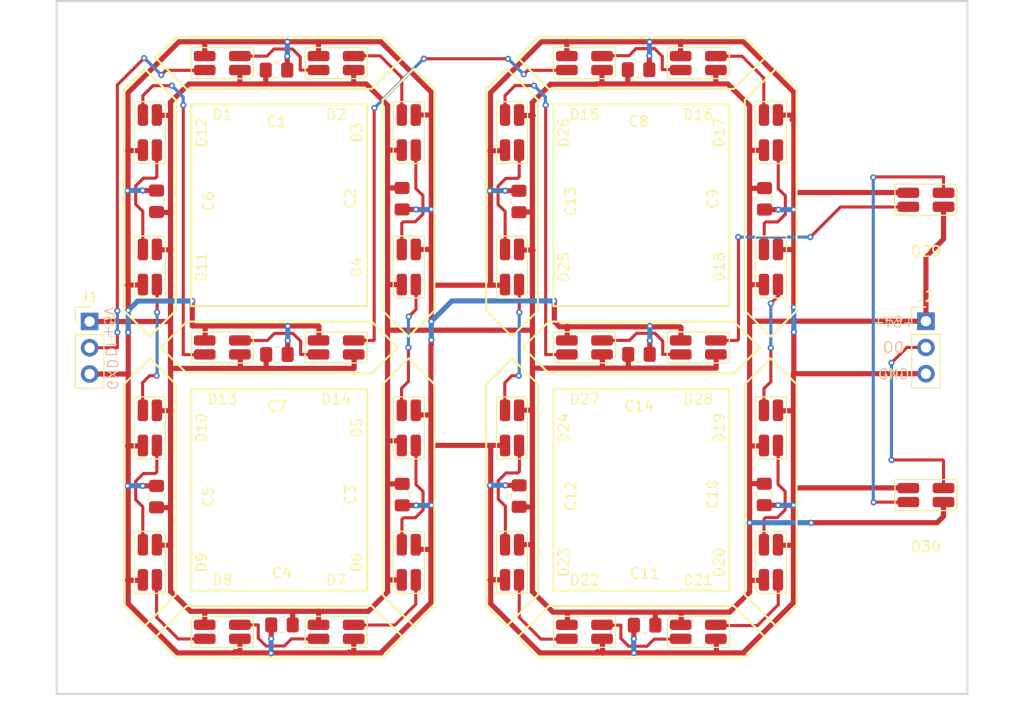
<source format=kicad_pcb>
(kicad_pcb (version 20241229) (generator "pcbnew") (generator_version "9.0")
  (layers (0 "F.Cu" signal) (2 "B.Cu" signal) (13 "F.Paste" user) (15 "B.Paste" user) (5 "F.SilkS" user "F.Silkscreen") (7 "B.SilkS" user "B.Silkscreen") (1 "F.Mask" user) (3 "B.Mask" user) (25 "Edge.Cuts" user))
  (net 0 "")
  (net 1 "Net-(D1-VDD)")
  (net 2 "Net-(D1-VSS)")
  (net 3 "Net-(D1-DIN)")
  (net 4 "Net-(D1-DOUT)")
  (net 5 "Net-(D2-DOUT)")
  (net 6 "Net-(D3-DOUT)")
  (net 7 "Net-(D4-DOUT)")
  (net 8 "Net-(D5-DOUT)")
  (net 9 "Net-(D6-DOUT)")
  (net 10 "Net-(D7-DOUT)")
  (net 11 "Net-(D8-DOUT)")
  (net 12 "Net-(D10-DIN)")
  (net 13 "Net-(D10-DOUT)")
  (net 14 "Net-(D11-DOUT)")
  (net 15 "Net-(D12-DOUT)")
  (net 16 "Net-(D13-DOUT)")
  (net 17 "Net-(D14-DOUT)")
  (net 18 "Net-(D15-DOUT)")
  (net 19 "Net-(D16-DOUT)")
  (net 20 "Net-(D17-DOUT)")
  (net 21 "Net-(D18-DOUT)")
  (net 22 "Net-(D19-DOUT)")
  (net 23 "Net-(D20-DOUT)")
  (net 24 "Net-(D21-DOUT)")
  (net 25 "Net-(D22-DOUT)")
  (net 26 "Net-(D23-DOUT)")
  (net 27 "Net-(D24-DOUT)")
  (net 28 "Net-(D25-DOUT)")
  (net 29 "Net-(D26-DOUT)")
  (net 30 "Net-(D27-DOUT)")
  (net 31 "Net-(D29-DOUT)")
  (net 32 "Net-(D30-DOUT)")
  (net 33 "Net-(D28-DOUT)")
  (footprint "Capacitor_SMD:C_0805_2012Metric_Pad1.18x1.45mm_HandSolder" (layer "F.Cu") (at 138.2275 67.14)
    (property "Reference" "C8")
    (property "Value" "0.1u")
  )
  (footprint "Capacitor_SMD:C_0805_2012Metric_Pad1.18x1.45mm_HandSolder" (layer "F.Cu") (at 150.399 79.6275 -90)
    (property "Reference" "C9")
    (property "Value" "0.1u")
  )
  (footprint "Capacitor_SMD:C_0805_2012Metric_Pad1.18x1.45mm_HandSolder" (layer "F.Cu") (at 115.375 79.6125 -90)
    (property "Reference" "C2")
    (property "Value" "0.1u")
  )
  (footprint "Capacitor_SMD:C_0805_2012Metric_Pad1.18x1.45mm_HandSolder" (layer "F.Cu") (at 138.8125 120.855 180)
    (property "Reference" "C11")
    (property "Value" "0.1u")
  )
  (footprint "Capacitor_SMD:C_0805_2012Metric_Pad1.18x1.45mm_HandSolder" (layer "F.Cu") (at 91.64533 79.86717 90)
    (property "Reference" "C6")
    (property "Value" "0.1u")
  )
  (footprint "Capacitor_SMD:C_0805_2012Metric_Pad1.18x1.45mm_HandSolder" (layer "F.Cu") (at 91.64533 108.42717 90)
    (property "Reference" "C5")
    (property "Value" "0.1u")
  )
  (footprint "CustomLibrary:LED_Custom_ws2812" (layer "F.Cu") (at 116.022 86.21967 90)
    (property "Reference" "D4")
    (property "Value" "WS2812B")
  )
  (footprint "Capacitor_SMD:C_0805_2012Metric_Pad1.18x1.45mm_HandSolder" (layer "F.Cu") (at 103.2375 67.18)
    (property "Reference" "C1")
    (property "Value" "0.1u")
  )
  (footprint "CustomLibrary:LED_Custom_ws2812" (layer "F.Cu") (at 98 94 180)
    (property "Reference" "D13")
    (property "Value" "WS2812B")
  )
  (footprint "CustomLibrary:LED_Custom_ws2812" (layer "F.Cu") (at 144 94 180)
    (property "Reference" "D28")
    (property "Value" "WS2812B")
  )
  (footprint "CustomLibrary:LED_Custom_ws2812" (layer "F.Cu") (at 116.022 73.21967 90)
    (property "Reference" "D3")
    (property "Value" "WS2812B")
  )
  (footprint "Connector_PinHeader_2.54mm:PinHeader_1x03_P2.54mm_Vertical" (layer "F.Cu") (at 85.18 91.49)
    (property "Reference" "J1")
    (property "Value" "Conn_01x03_Pin")
  )
  (footprint "MountingHole:MountingHole_3.2mm_M3" (layer "F.Cu") (at 86 123.5)
    (property "Reference" "REF**" (hide yes))
    (property "Value" "MountingHole_3.2mm_M3")
  )
  (footprint "CustomLibrary:LED_Custom_ws2812" (layer "F.Cu") (at 144 66.5 180)
    (property "Reference" "D16")
    (property "Value" "WS2812B")
  )
  (footprint "MountingHole:MountingHole_3.2mm_M3" (layer "F.Cu") (at 166 123.5)
    (property "Reference" "REF**" (hide yes))
    (property "Value" "MountingHole_3.2mm_M3")
  )
  (footprint "CustomLibrary:LED_Custom_ws2812" (layer "F.Cu") (at 151.022 86.21967 90)
    (property "Reference" "D18")
    (property "Value" "WS2812B")
  )
  (footprint "Capacitor_SMD:C_0805_2012Metric_Pad1.18x1.45mm_HandSolder" (layer "F.Cu") (at 103.2775 94.681)
    (property "Reference" "C7")
    (property "Value" "0.1u")
  )
  (footprint "CustomLibrary:LED_Custom_ws2812" (layer "F.Cu") (at 133 66.5 180)
    (property "Reference" "D15")
    (property "Value" "WS2812B")
  )
  (footprint "CustomLibrary:LED_Custom_ws2812" (layer "F.Cu") (at 109 121.5)
    (property "Reference" "D7")
    (property "Value" "WS2812B")
  )
  (footprint "CustomLibrary:LED_Custom_ws2812" (layer "F.Cu") (at 166 79.71967 180)
    (property "Reference" "D29")
    (property "Value" "WS2812B")
  )
  (footprint "CustomLibrary:LED_Custom_ws2812" (layer "F.Cu") (at 133 94 180)
    (property "Reference" "D27")
    (property "Value" "WS2812B")
  )
  (footprint "CustomLibrary:LED_Custom_ws2812" (layer "F.Cu") (at 116.022 101.78067 90)
    (property "Reference" "D5")
    (property "Value" "WS2812B")
  )
  (footprint "CustomLibrary:LED_Custom_ws2812" (layer "F.Cu") (at 116.022 114.78067 90)
    (property "Reference" "D6")
    (property "Value" "WS2812B")
  )
  (footprint "Capacitor_SMD:C_0805_2012Metric_Pad1.18x1.45mm_HandSolder" (layer "F.Cu") (at 115.388 108.23283 -90)
    (property "Reference" "C3")
    (property "Value" "0.1u")
  )
  (footprint "CustomLibrary:LED_Custom_ws2812" (layer "F.Cu") (at 126 86.21967 -90)
    (property "Reference" "D25")
    (property "Value" "WS2812B")
  )
  (footprint "CustomLibrary:LED_Custom_ws2812" (layer "F.Cu") (at 166 108.28033 180)
    (property "Reference" "D30")
    (property "Value" "WS2812B")
  )
  (footprint "CustomLibrary:LED_Custom_ws2812" (layer "F.Cu") (at 98 121.5)
    (property "Reference" "D8")
    (property "Value" "WS2812B")
  )
  (footprint "CustomLibrary:LED_Custom_ws2812" (layer "F.Cu") (at 144 121.5)
    (property "Reference" "D21")
    (property "Value" "WS2812B")
  )
  (footprint "CustomLibrary:LED_Custom_ws2812" (layer "F.Cu") (at 91 73.21967 -90)
    (property "Reference" "D12")
    (property "Value" "WS2812B")
  )
  (footprint "CustomLibrary:LED_Custom_ws2812" (layer "F.Cu") (at 126 114.78067 -90)
    (property "Reference" "D23")
    (property "Value" "WS2812B")
  )
  (footprint "CustomLibrary:LED_Custom_ws2812" (layer "F.Cu") (at 91 101.78067 -90)
    (property "Reference" "D10")
    (property "Value" "WS2812B")
  )
  (footprint "Capacitor_SMD:C_0805_2012Metric_Pad1.18x1.45mm_HandSolder" (layer "F.Cu") (at 126.68533 108.37717 90)
    (property "Reference" "C12")
    (property "Value" "0.1u")
  )
  (footprint "CustomLibrary:LED_Custom_ws2812" (layer "F.Cu") (at 126 101.78067 -90)
    (property "Reference" "D24")
    (property "Value" "WS2812B")
  )
  (footprint "CustomLibrary:LED_Custom_ws2812" (layer "F.Cu") (at 151.022 114.78067 90)
    (property "Reference" "D20")
    (property "Value" "WS2812B")
  )
  (footprint "CustomLibrary:LED_Custom_ws2812" (layer "F.Cu") (at 109 66.5 180)
    (property "Reference" "D2")
    (property "Value" "WS2812B")
  )
  (footprint "CustomLibrary:LED_Custom_ws2812" (layer "F.Cu") (at 109 94 180)
    (property "Reference" "D14")
    (property "Value" "WS2812B")
  )
  (footprint "CustomLibrary:LED_Custom_ws2812" (layer "F.Cu") (at 91 114.78067 -90)
    (property "Reference" "D9")
    (property "Value" "WS2812B")
  )
  (footprint "Capacitor_SMD:C_0805_2012Metric_Pad1.18x1.45mm_HandSolder" (layer "F.Cu") (at 126.66533 79.88717 90)
    (property "Reference" "C13")
    (property "Value" "0.1u")
  )
  (footprint "CustomLibrary:LED_Custom_ws2812" (layer "F.Cu") (at 98 66.5 180)
    (property "Reference" "D1")
    (property "Value" "WS2812B")
  )
  (footprint "Capacitor_SMD:C_0805_2012Metric_Pad1.18x1.45mm_HandSolder" (layer "F.Cu") (at 138.2675 94.671)
    (property "Reference" "C14")
    (property "Value" "0.1u")
  )
  (footprint "MountingHole:MountingHole_3.2mm_M3" (layer "F.Cu") (at 86 64.5)
    (property "Reference" "REF**" (hide yes))
    (property "Value" "MountingHole_3.2mm_M3")
  )
  (footprint "Capacitor_SMD:C_0805_2012Metric_Pad1.18x1.45mm_HandSolder" (layer "F.Cu") (at 103.7675 120.83 180)
    (property "Reference" "C4")
    (property "Value" "0.1u")
  )
  (footprint "CustomLibrary:LED_Custom_ws2812" (layer "F.Cu") (at 151.022 73.21967 90)
    (property "Reference" "D17")
    (property "Value" "WS2812B")
  )
  (footprint "Connector_PinHeader_2.54mm:PinHeader_1x03_P2.54mm_Vertical" (layer "F.Cu") (at 166 91.46)
    (property "Reference" "J2")
    (property "Value" "Conn_01x03_Pin")
  )
  (footprint "MountingHole:MountingHole_3.2mm_M3" (layer "F.Cu") (at 166 64.5)
    (property "Reference" "REF**" (hide yes))
    (property "Value" "MountingHole_3.2mm_M3")
  )
  (footprint "CustomLibrary:LED_Custom_ws2812" (layer "F.Cu") (at 126 73.21967 -90)
    (property "Reference" "D26")
    (property "Value" "WS2812B")
  )
  (footprint "Capacitor_SMD:C_0805_2012Metric_Pad1.18x1.45mm_HandSolder" (layer "F.Cu") (at 150.379 108.2175 -90)
    (property "Reference" "C10")
    (property "Value" "0.1u")
  )
  (footprint "CustomLibrary:LED_Custom_ws2812" (layer "F.Cu") (at 151.022 101.78067 90)
    (property "Reference" "D19")
    (property "Value" "WS2812B")
  )
  (footprint "CustomLibrary:LED_Custom_ws2812" (layer "F.Cu") (at 91 86.21967 -90)
    (property "Reference" "D11")
    (property "Value" "WS2812B")
  )
  (footprint "CustomLibrary:LED_Custom_ws2812" (layer "F.Cu") (at 133 121.5)
    (property "Reference" "D22")
    (property "Value" "WS2812B")
  )
  (gr_line (start 123.5 90.43934) (end 123.5 69) (stroke (width 0.2)) (layer "F.SilkS"))
  (gr_line (start 88.5 69) (end 88.5 90.43934) (stroke (width 0.2)) (layer "F.SilkS"))
  (gr_line (start 98 119) (end 109 119) (stroke (width 0.2)) (layer "F.SilkS"))
  (gr_line (start 150.46967 122.03033) (end 148.5 124) (stroke (width 0.2)) (layer "F.SilkS"))
  (gr_line (start 109 64) (end 98 64) (stroke (width 0.2)) (layer "F.SilkS"))
  (gr_line (start 94.56066 91.5) (end 112.43934 91.5) (stroke (width 0.2)) (layer "F.SilkS"))
  (gr_line (start 126 92.93934) (end 123.5 90.43934) (stroke (width 0.2)) (layer "F.SilkS"))
  (gr_line (start 109 124) (end 98 124) (stroke (width 0.2)) (layer "F.SilkS"))
  (gr_line (start 147.43934 96.5) (end 129.56066 96.5) (stroke (width 0.2)) (layer "F.SilkS"))
  (gr_line (start 95 90) (end 95 70.5) (stroke (width 0.2)) (layer "F.SilkS"))
  (gr_line (start 91 92.93934) (end 88.5 90.43934) (stroke (width 0.2)) (layer "F.SilkS"))
  (gr_line (start 147.43934 119) (end 150.46967 122.03033) (stroke (width 0.2)) (layer "F.SilkS"))
  (gr_line (start 113.5 117.93934) (end 113.5 97.56066) (stroke (width 0.2)) (layer "F.SilkS"))
  (gr_line (start 88.5 86.21967) (end 88.5 73.21967) (stroke (width 0.2)) (layer "F.SilkS"))
  (gr_line (start 128.5 90.43934) (end 126 92.93934) (stroke (width 0.2)) (layer "F.SilkS"))
  (gr_line (start 130 70.5) (end 147 70.5) (stroke (width 0.2)) (layer "F.SilkS"))
  (gr_line (start 112 90) (end 95 90) (stroke (width 0.2)) (layer "F.SilkS"))
  (gr_line (start 151.53033 67.03033) (end 153.5 69) (stroke (width 0.2)) (layer "F.SilkS"))
  (gr_line (start 88.5 90.43934) (end 88.5 69) (stroke (width 0.2)) (layer "F.SilkS"))
  (gr_line (start 95 98) (end 112 98) (stroke (width 0.2)) (layer "F.SilkS"))
  (gr_line (start 130 90) (end 130 70.5) (stroke (width 0.2)) (layer "F.SilkS"))
  (gr_line (start 148.5 90.43934) (end 148.5 70.06066) (stroke (width 0.2)) (layer "F.SilkS"))
  (gr_line (start 93.5 70.06066) (end 90.46967 67.03033) (stroke (width 0.2)) (layer "F.SilkS"))
  (gr_line (start 151 92.93934) (end 148.5 90.43934) (stroke (width 0.2)) (layer "F.SilkS"))
  (gr_line (start 93.5 124) (end 91.53033 122.03033) (stroke (width 0.2)) (layer "F.SilkS"))
  (gr_line (start 113.5 64) (end 115.46967 65.96967) (stroke (width 0.2)) (layer "F.SilkS"))
  (gr_line (start 144 124) (end 133 124) (stroke (width 0.2)) (layer "F.SilkS"))
  (gr_line (start 116 95.06066) (end 118.5 97.56066) (stroke (width 0.2)) (layer "F.SilkS"))
  (gr_line (start 128.5 70.06066) (end 128.5 90.43934) (stroke (width 0.2)) (layer "F.SilkS"))
  (gr_line (start 92.06066 94) (end 94.56066 91.5) (stroke (width 0.2)) (layer "F.SilkS"))
  (gr_line (start 153.5 90.43934) (end 151 92.93934) (stroke (width 0.2)) (layer "F.SilkS"))
  (gr_line (start 128.5 64) (end 148.5 64) (stroke (width 0.2)) (layer "F.SilkS"))
  (gr_line (start 112.43934 69) (end 94.56066 69) (stroke (width 0.2)) (layer "F.SilkS"))
  (gr_line (start 112.43934 119) (end 115.46967 122.03033) (stroke (width 0.2)) (layer "F.SilkS"))
  (gr_line (start 147 90) (end 130 90) (stroke (width 0.2)) (layer "F.SilkS"))
  (gr_line (start 88.5 69) (end 88.5 90.43934) (stroke (width 0.2)) (layer "F.SilkS"))
  (gr_line (start 149.93934 94) (end 147.43934 96.5) (stroke (width 0.2)) (layer "F.SilkS"))
  (gr_line (start 93.5 90.43934) (end 91 92.93934) (stroke (width 0.2)) (layer "F.SilkS"))
  (gr_line (start 94.56066 69) (end 91.53033 65.96967) (stroke (width 0.2)) (layer "F.SilkS"))
  (gr_line (start 148.5 64) (end 150.46967 65.96967) (stroke (width 0.2)) (layer "F.SilkS"))
  (gr_line (start 116.53033 67.03033) (end 118.5 69) (stroke (width 0.2)) (layer "F.SilkS"))
  (gr_line (start 88.5 90.43934) (end 91 92.93934) (stroke (width 0.2)) (layer "F.SilkS"))
  (gr_line (start 128.5 97.56066) (end 128.5 117.93934) (stroke (width 0.2)) (layer "F.SilkS"))
  (gr_line (start 113.5 70.06066) (end 116.53033 67.03033) (stroke (width 0.2)) (layer "F.SilkS"))
  (gr_line (start 113.5 97.56066) (end 116 95.06066) (stroke (width 0.2)) (layer "F.SilkS"))
  (gr_line (start 129.56066 69) (end 126.53033 65.96967) (stroke (width 0.2)) (layer "F.SilkS"))
  (gr_line (start 127.06066 94) (end 129.56066 91.5) (stroke (width 0.2)) (layer "F.SilkS"))
  (gr_line (start 151 95.06066) (end 153.5 97.56066) (stroke (width 0.2)) (layer "F.SilkS"))
  (gr_line (start 128.5 117.93934) (end 125.46967 120.96967) (stroke (width 0.2)) (layer "F.SilkS"))
  (gr_line (start 126.53033 122.03033) (end 129.56066 119) (stroke (width 0.2)) (layer "F.SilkS"))
  (gr_line (start 126 95.06066) (end 128.5 97.56066) (stroke (width 0.2)) (layer "F.SilkS"))
  (gr_line (start 128.5 124) (end 126.53033 122.03033) (stroke (width 0.2)) (layer "F.SilkS"))
  (gr_line (start 123.5 97.56066) (end 126 95.06066) (stroke (width 0.2)) (layer "F.SilkS"))
  (gr_line (start 88.5 69) (end 90.46967 67.03033) (stroke (width 0.2)) (layer "F.SilkS"))
  (gr_line (start 93.5 117.93934) (end 90.46967 120.96967) (stroke (width 0.2)) (layer "F.SilkS"))
  (gr_line (start 116.53033 120.96967) (end 113.5 117.93934) (stroke (width 0.2)) (layer "F.SilkS"))
  (gr_line (start 148.5 70.06066) (end 151.53033 67.03033) (stroke (width 0.2)) (layer "F.SilkS"))
  (gr_line (start 129.56066 119) (end 147.43934 119) (stroke (width 0.2)) (layer "F.SilkS"))
  (gr_line (start 147 117.5) (end 130 117.5) (stroke (width 0.2)) (layer "F.SilkS"))
  (gr_line (start 115.46967 122.03033) (end 113.5 124) (stroke (width 0.2)) (layer "F.SilkS"))
  (gr_line (start 147.43934 91.5) (end 149.93934 94) (stroke (width 0.2)) (layer "F.SilkS"))
  (gr_line (start 112.43934 96.5) (end 94.56066 96.5) (stroke (width 0.2)) (layer "F.SilkS"))
  (gr_line (start 90.46967 120.96967) (end 88.5 119) (stroke (width 0.2)) (layer "F.SilkS"))
  (gr_line (start 116 92.93934) (end 113.5 90.43934) (stroke (width 0.2)) (layer "F.SilkS"))
  (gr_line (start 118.5 97.56066) (end 118.5 119) (stroke (width 0.2)) (layer "F.SilkS"))
  (gr_line (start 93.5 90.43934) (end 93.5 70.06066) (stroke (width 0.2)) (layer "F.SilkS"))
  (gr_line (start 88.5 90.43934) (end 88.5 69) (stroke (width 0.2)) (layer "F.SilkS"))
  (gr_line (start 153.5 97.56066) (end 153.5 119) (stroke (width 0.2)) (layer "F.SilkS"))
  (gr_line (start 98 69) (end 109 69) (stroke (width 0.2)) (layer "F.SilkS"))
  (gr_line (start 93.5 90.43934) (end 93.5 70.06066) (stroke (width 0.2)) (layer "F.SilkS"))
  (gr_line (start 93.5 97.56066) (end 93.5 117.93934) (stroke (width 0.2)) (layer "F.SilkS"))
  (gr_line (start 130 117.5) (end 130 98) (stroke (width 0.2)) (layer "F.SilkS"))
  (gr_line (start 133 119) (end 144 119) (stroke (width 0.2)) (layer "F.SilkS"))
  (gr_line (start 93.5 64) (end 113.5 64) (stroke (width 0.2)) (layer "F.SilkS"))
  (gr_line (start 91.53033 122.03033) (end 94.56066 119) (stroke (width 0.2)) (layer "F.SilkS"))
  (gr_line (start 115.46967 65.96967) (end 112.43934 69) (stroke (width 0.2)) (layer "F.SilkS"))
  (gr_line (start 123.5 119) (end 123.5 97.56066) (stroke (width 0.2)) (layer "F.SilkS"))
  (gr_line (start 113.5 124) (end 93.5 124) (stroke (width 0.2)) (layer "F.SilkS"))
  (gr_line (start 147.43934 69) (end 129.56066 69) (stroke (width 0.2)) (layer "F.SilkS"))
  (gr_line (start 91 95.06066) (end 93.5 97.56066) (stroke (width 0.2)) (layer "F.SilkS"))
  (gr_line (start 147 70.5) (end 147 90) (stroke (width 0.2)) (layer "F.SilkS"))
  (gr_line (start 130 98) (end 147 98) (stroke (width 0.2)) (layer "F.SilkS"))
  (gr_line (start 147 98) (end 147 117.5) (stroke (width 0.2)) (layer "F.SilkS"))
  (gr_line (start 118.5 119) (end 116.53033 120.96967) (stroke (width 0.2)) (layer "F.SilkS"))
  (gr_line (start 94.56066 96.5) (end 92.06066 94) (stroke (width 0.2)) (layer "F.SilkS"))
  (gr_line (start 151.53033 120.96967) (end 148.5 117.93934) (stroke (width 0.2)) (layer "F.SilkS"))
  (gr_line (start 118.5 90.43934) (end 116 92.93934) (stroke (width 0.2)) (layer "F.SilkS"))
  (gr_line (start 150.46967 65.96967) (end 147.43934 69) (stroke (width 0.2)) (layer "F.SilkS"))
  (gr_line (start 125.46967 120.96967) (end 123.5 119) (stroke (width 0.2)) (layer "F.SilkS"))
  (gr_line (start 129.56066 96.5) (end 127.06066 94) (stroke (width 0.2)) (layer "F.SilkS"))
  (gr_line (start 133 91.5) (end 144 91.5) (stroke (width 0.2)) (layer "F.SilkS"))
  (gr_line (start 144 69) (end 133 69) (stroke (width 0.2)) (layer "F.SilkS"))
  (gr_line (start 148.5 124) (end 128.5 124) (stroke (width 0.2)) (layer "F.SilkS"))
  (gr_line (start 148.5 97.56066) (end 151 95.06066) (stroke (width 0.2)) (layer "F.SilkS"))
  (gr_line (start 90.46967 67.03033) (end 88.5 69) (stroke (width 0.2)) (layer "F.SilkS"))
  (gr_line (start 118.5 69) (end 118.5 90.43934) (stroke (width 0.2)) (layer "F.SilkS"))
  (gr_line (start 153.5 69) (end 153.5 90.43934) (stroke (width 0.2)) (layer "F.SilkS"))
  (gr_line (start 113.5 90.43934) (end 113.5 70.06066) (stroke (width 0.2)) (layer "F.SilkS"))
  (gr_line (start 90.46967 67.03033) (end 93.5 70.06066) (stroke (width 0.2)) (layer "F.SilkS"))
  (gr_line (start 95 70.5) (end 112 70.5) (stroke (width 0.2)) (layer "F.SilkS"))
  (gr_line (start 94.56066 119) (end 112.43934 119) (stroke (width 0.2)) (layer "F.SilkS"))
  (gr_line (start 95 117.5) (end 95 98) (stroke (width 0.2)) (layer "F.SilkS"))
  (gr_line (start 91.53033 65.96967) (end 93.5 64) (stroke (width 0.2)) (layer "F.SilkS"))
  (gr_line (start 88.5 97.56066) (end 91 95.06066) (stroke (width 0.2)) (layer "F.SilkS"))
  (gr_line (start 129.56066 91.5) (end 147.43934 91.5) (stroke (width 0.2)) (layer "F.SilkS"))
  (gr_line (start 114.93934 94) (end 112.43934 96.5) (stroke (width 0.2)) (layer "F.SilkS"))
  (gr_line (start 125.46967 67.03033) (end 128.5 70.06066) (stroke (width 0.2)) (layer "F.SilkS"))
  (gr_line (start 88.5 119) (end 88.5 97.56066) (stroke (width 0.2)) (layer "F.SilkS"))
  (gr_line (start 112 98) (end 112 117.5) (stroke (width 0.2)) (layer "F.SilkS"))
  (gr_line (start 98 91.5) (end 109 91.5) (stroke (width 0.2)) (layer "F.SilkS"))
  (gr_line (start 109 96.5) (end 98 96.5) (stroke (width 0.2)) (layer "F.SilkS"))
  (gr_line (start 93.5 73.21967) (end 93.5 86.21967) (stroke (width 0.2)) (layer "F.SilkS"))
  (gr_line (start 123.5 69) (end 125.46967 67.03033) (stroke (width 0.2)) (layer "F.SilkS"))
  (gr_line (start 126.53033 65.96967) (end 128.5 64) (stroke (width 0.2)) (layer "F.SilkS"))
  (gr_line (start 91 92.93934) (end 93.5 90.43934) (stroke (width 0.2)) (layer "F.SilkS"))
  (gr_line (start 112 117.5) (end 95 117.5) (stroke (width 0.2)) (layer "F.SilkS"))
  (gr_line (start 153.5 119) (end 151.53033 120.96967) (stroke (width 0.2)) (layer "F.SilkS"))
  (gr_line (start 148.5 117.93934) (end 148.5 97.56066) (stroke (width 0.2)) (layer "F.SilkS"))
  (gr_line (start 133 64) (end 144 64) (stroke (width 0.2)) (layer "F.SilkS"))
  (gr_line (start 112 70.5) (end 112 90) (stroke (width 0.2)) (layer "F.SilkS"))
  (gr_line (start 144 96.5) (end 133 96.5) (stroke (width 0.2)) (layer "F.SilkS"))
  (gr_line (start 112.43934 91.5) (end 114.93934 94) (stroke (width 0.2)) (layer "F.SilkS"))
  (gr_line (start 82 60.5) (end 170 60.5) (stroke (width 0.2)) (layer "Edge.Cuts"))
  (gr_line (start 170 60.5) (end 170 127.5) (stroke (width 0.2)) (layer "Edge.Cuts"))
  (gr_line (start 82 127.5) (end 82 60.5) (stroke (width 0.2)) (layer "Edge.Cuts"))
  (gr_line (start 170 127.5) (end 82 127.5) (stroke (width 0.2)) (layer "Edge.Cuts"))
  (gr_text "GND" (at 88.03 98.2 90) (layer "F.SilkS") (effects (font (size 1 1) (thickness 0.1)) (justify left bottom)))
  (gr_text "+5V" (at 87.83 93.66 90) (layer "F.SilkS") (effects (font (size 1 1) (thickness 0.1)) (justify left bottom)))
  (gr_text "GND" (at 161.32 97.17 0) (layer "F.SilkS") (effects (font (size 1 1) (thickness 0.1)) (justify left bottom)))
  (gr_text "+5V" (at 160.73 92.12 0) (layer "F.SilkS") (effects (font (size 1 1) (thickness 0.1)) (justify left bottom)))
  (gr_text "DI" (at 87.92 95 90) (layer "F.SilkS") (effects (font (size 1 1) (thickness 0.1)) (justify left bottom)))
  (gr_text "DO" (at 161.85 94.6 0) (layer "F.SilkS") (effects (font (size 1 1) (thickness 0.1)) (justify left bottom)))
  (gr_text "+5V" (at 86.49 93.16 -90) (layer "B.SilkS") (effects (font (size 1 1) (thickness 0.1)) (justify left bottom mirror)))
  (gr_text "GND" (at 164.44 97.19 -0) (layer "B.SilkS") (effects (font (size 1 1) (thickness 0.1)) (justify left bottom mirror)))
  (gr_text "DO" (at 163.93 94.6 -0) (layer "B.SilkS") (effects (font (size 1 1) (thickness 0.1)) (justify left bottom mirror)))
  (gr_text "+5V" (at 165.03 92.14 -0) (layer "B.SilkS") (effects (font (size 1 1) (thickness 0.1)) (justify left bottom mirror)))
  (gr_text "DI" (at 86.66 95 -90) (layer "B.SilkS") (effects (font (size 1 1) (thickness 0.1)) (justify left bottom mirror)))
  (gr_text "GND" (at 86.77 98.2 -90) (layer "B.SilkS") (effects (font (size 1 1) (thickness 0.1)) (justify left bottom mirror)))
  (segment (start 147.025 119.6) (end 129.965 119.6) (width 0.5) (layer "F.Cu") (net 1))
  (segment (start 134.69 67.135) (end 134.69 68.48) (width 0.5) (layer "F.Cu") (net 1))
  (segment (start 102.24 94.681) (end 102.24 95.981) (width 0.5) (layer "F.Cu") (net 1))
  (segment (start 127.97 95.875) (end 127.97 92.305) (width 0.5) (layer "F.Cu") (net 1))
  (segment (start 110.721 96.03) (end 110.74 96.011) (width 0.5) (layer "F.Cu") (net 1))
  (segment (start 150.351 116.52467) (end 148.99367 116.52467) (width 0.5) (layer "F.Cu") (net 1))
  (segment (start 110.7 68.51) (end 110.71 68.52) (width 0.2) (layer "F.Cu") (net 1))
  (segment (start 93 109.49) (end 91.7 109.49) (width 0.5) (layer "F.Cu") (net 1))
  (segment (start 91.67333 84.56) (end 93.02 84.56) (width 0.5) (layer "F.Cu") (net 1))
  (segment (start 167.7 110.33) (end 167.7 108.95533) (width 0.5) (layer "F.Cu") (net 1))
  (segment (start 113.99 117.64) (end 112.11 119.52) (width 0.5) (layer "F.Cu") (net 1))
  (segment (start 114.06933 103.03067) (end 113.99 103.11) (width 0.5) (layer "F.Cu") (net 1))
  (segment (start 110.74 96.011) (end 110.74 94.676) (width 0.5) (layer "F.Cu") (net 1))
  (segment (start 134.18 68.545) (end 134.21 68.515) (width 0.5) (layer "F.Cu") (net 1))
  (segment (start 127.99 117.625) (end 127.97 117.625) (width 0.5) (layer "F.Cu") (net 1))
  (segment (start 110.71 68.52) (end 111.91 68.52) (width 0.5) (layer "F.Cu") (net 1))
  (segment (start 167.71 83.51) (end 167.7 83.5) (width 0.5) (layer "F.Cu") (net 1))
  (segment (start 126.69333 71.58) (end 128.05066 71.58) (width 0.5) (layer "F.Cu") (net 1))
  (segment (start 127.97 70.345) (end 127.95 70.325) (width 0.5) (layer "F.Cu") (net 1))
  (segment (start 126.69333 84.58) (end 128.04 84.58) (width 0.5) (layer "F.Cu") (net 1))
  (segment (start 127.99 109.43) (end 126.69 109.43) (width 0.5) (layer "F.Cu") (net 1))
  (segment (start 96.305 120.835) (end 96.305 119.5) (width 0.5) (layer "F.Cu") (net 1))
  (segment (start 93.18 96.03) (end 110.721 96.03) (width 0.5) (layer "F.Cu") (net 1))
  (segment (start 139.85 120.855) (end 139.85 119.62) (width 0.5) (layer "F.Cu") (net 1))
  (segment (start 115.322 103.03067) (end 114.06933 103.03067) (width 0.5) (layer "F.Cu") (net 1))
  (segment (start 150.351 103.52467) (end 149.00433 103.52467) (width 0.5) (layer "F.Cu") (net 1))
  (segment (start 92.98 70.3) (end 94.76 68.52) (width 0.5) (layer "F.Cu") (net 1))
  (segment (start 145.73 96.001) (end 128.096 96.001) (width 0.5) (layer "F.Cu") (net 1))
  (segment (start 167.7 83.5) (end 167.7 80.39467) (width 0.5) (layer "F.Cu") (net 1))
  (segment (start 102.2 67.18) (end 102.2 68.48) (width 0.5) (layer "F.Cu") (net 1))
  (segment (start 107.75 119.56) (end 107.79 119.52) (width 0.5) (layer "F.Cu") (net 1))
  (segment (start 148.96 116.035) (end 148.96 117.665) (width 0.5) (layer "F.Cu") (net 1))
  (segment (start 127.945 92.33) (end 127.97 92.305) (width 0.5) (layer "F.Cu") (net 1))
  (segment (start 145.73 94.666) (end 145.73 96.001) (width 0.5) (layer "F.Cu") (net 1))
  (segment (start 113.97 70.58) (end 113.97 74.95) (width 0.5) (layer "F.Cu") (net 1))
  (segment (start 111.91 68.52) (end 113.97 70.58) (width 0.5) (layer "F.Cu") (net 1))
  (segment (start 107.79 119.52) (end 94.94 119.52) (width 0.5) (layer "F.Cu") (net 1))
  (segment (start 150.371 74.93467) (end 149.02433 74.93467) (width 0.5) (layer "F.Cu") (net 1))
  (segment (start 115.375 78.575) (end 114.075 78.575) (width 0.5) (layer "F.Cu") (net 1))
  (segment (start 134.73 94.666) (end 134.73 95.991) (width 0.5) (layer "F.Cu") (net 1))
  (segment (start 112.11 119.52) (end 107.79 119.52) (width 0.5) (layer "F.Cu") (net 1))
  (segment (start 150.34 107.17) (end 149.04 107.17) (width 0.5) (layer "F.Cu") (net 1))
  (segment (start 91.67333 100.12) (end 93.03066 100.12) (width 0.5) (layer "F.Cu") (net 1))
  (segment (start 93 117.6) (end 93 70.32) (width 0.5) (layer "F.Cu") (net 1))
  (segment (start 99.7 68.52) (end 110.71 68.52) (width 0.5) (layer "F.Cu") (net 1))
  (segment (start 148.96 91.47) (end 148.96 110.95) (width 0.5) (layer "F.Cu") (net 1))
  (segment (start 85.18 91.49) (end 92.98 91.49) (width 0.5) (layer "F.Cu") (net 1))
  (segment (start 137.23 94.671) (end 137.23 95.971) (width 0.5) (layer "F.Cu") (net 1))
  (segment (start 148.96 110.95) (end 148.96 116.035) (width 0.5) (layer "F.Cu") (net 1))
  (segment (start 113.97 116.48) (end 113.97 117.62) (width 0.5) (layer "F.Cu") (net 1))
  (segment (start 91.67333 71.56) (end 93.03066 71.56) (width 0.5) (layer "F.Cu") (net 1))
  (segment (start 129.73 68.545) (end 134.18 68.545) (width 0.5) (layer "F.Cu") (net 1))
  (segment (start 110.7 67.175) (end 110.7 68.51) (width 0.5) (layer "F.Cu") (net 1))
  (segment (start 134.21 68.515) (end 146.85 68.515) (width 0.5) (layer "F.Cu") (net 1))
  (segment (start 107.305 120.835) (end 107.305 119.49) (width 0.5) (layer "F.Cu") (net 1))
  (segment (start 113.97 87.9) (end 113.97 116.48) (width 0.5) (layer "F.Cu") (net 1))
  (segment (start 115.388 107.19533) (end 114.088 107.19533) (width 0.5) (layer "F.Cu") (net 1))
  (segment (start 127.97 117.625) (end 127.97 95.875) (width 0.5) (layer "F.Cu") (net 1))
  (segment (start 114.00033 74.91967) (end 113.97 74.95) (width 0.5) (layer "F.Cu") (net 1))
  (segment (start 146.85 68.515) (end 148.96 70.625) (width 0.5) (layer "F.Cu") (net 1))
  (segment (start 134.22 68.505) (end 134.21 68.515) (width 0.5) (layer "F.Cu") (net 1))
  (segment (start 167.08 110.95) (end 167.7 110.33) (width 0.5) (layer "F.Cu") (net 1))
  (segment (start 154.91 110.95) (end 167.08 110.95) (width 0.5) (layer "F.Cu") (net 1))
  (segment (start 166 91.46) (end 148.97 91.46) (width 0.5) (layer "F.Cu") (net 1))
  (segment (start 145.69 67.135) (end 145.69 68.47) (width 0.5) (layer "F.Cu") (net 1))
  (segment (start 166 91.46) (end 166.03 91.43) (width 0.5) (layer "F.Cu") (net 1))
  (segment (start 94.76 68.52) (end 99.7 68.52) (width 0.5) (layer "F.Cu") (net 1))
  (segment (start 148.97 91.46) (end 148.96 91.47) (width 0.5) (layer "F.Cu") (net 1))
  (segment (start 150.33 78.61) (end 149.03 78.61) (width 0.5) (layer "F.Cu") (net 1))
  (segment (start 142.35 119.62) (end 142.37 119.6) (width 0.5) (layer "F.Cu") (net 1))
  (segment (start 92.98 80.94) (end 91.68 80.94) (width 0.5) (layer "F.Cu") (net 1))
  (segment (start 127.97 92.305) (end 127.97 70.345) (width 0.5) (layer "F.Cu") (net 1))
  (segment (start 128.096 96.001) (end 127.97 95.875) (width 0.5) (layer "F.Cu") (net 1))
  (segment (start 150.371 87.93467) (end 149.01367 87.93467) (width 0.5) (layer "F.Cu") (net 1))
  (segment (start 127.99 117.625) (end 129.965 119.6) (width 0.5) (layer "F.Cu") (net 1))
  (segment (start 115.393 107.19033) (end 115.388 107.19533) (width 0.2) (layer "F.Cu") (net 1))
  (segment (start 131.35 120.86) (end 131.35 119.61) (width 0.5) (layer "F.Cu") (net 1))
  (segment (start 166 91.46) (end 166 85.22) (width 0.5) (layer "F.Cu") (net 1))
  (segment (start 137.19 67.14) (end 137.19 68.44) (width 0.5) (layer "F.Cu") (net 1))
  (segment (start 115.36 103.54) (end 115.393 103.573) (width 0.5) (layer "F.Cu") (net 1))
  (segment (start 115.347 87.91967) (end 113.98967 87.91967) (width 0.5) (layer "F.Cu") (net 1))
  (segment (start 99.7 67.175) (end 99.7 68.52) (width 0.5) (layer "F.Cu") (net 1))
  (segment (start 115.347 116.48067) (end 113.97067 116.48067) (width 0.5) (layer "F.Cu") (net 1))
  (segment (start 99.74 94.676) (end 99.74 96.021) (width 0.5) (layer "F.Cu") (net 1))
  (segment (start 126.71333 113.07) (end 127.96 113.07) (width 0.5) (layer "F.Cu") (net 1))
  (segment (start 148.96 117.665) (end 147.025 119.6) (width 0.5) (layer "F.Cu") (net 1))
  (segment (start 127.95 70.325) (end 129.73 68.545) (width 0.5) (layer "F.Cu") (net 1))
  (segment (start 94.94 119.52) (end 93.02 117.6) (width 0.5) (layer "F.Cu") (net 1))
  (segment (start 115.347 74.91967) (end 114.00033 74.91967) (width 0.5) (layer "F.Cu") (net 1))
  (segment (start 166 85.22) (end 167.71 83.51) (width 0.5) (layer "F.Cu") (net 1))
  (segment (start 142.35 120.86) (end 142.35 119.62) (width 0.5) (layer "F.Cu") (net 1))
  (segment (start 113.98967 87.91967) (end 113.97 87.9) (width 0.2) (layer "F.Cu") (net 1))
  (segment (start 104.805 120.83) (end 104.805 119.53) (width 0.5) (layer "F.Cu") (net 1))
  (segment (start 93.02 117.6) (end 93 117.6) (width 0.5) (layer "F.Cu") (net 1))
  (segment (start 113.97 74.95) (end 113.97 87.9) (width 0.5) (layer "F.Cu") (net 1))
  (segment (start 114 92.33) (end 127.945 92.33) (width 0.5) (layer "F.Cu") (net 1))
  (segment (start 134.73 95.991) (end 134.72 96.001) (width 0.5) (layer "F.Cu") (net 1))
  (segment (start 127.96533 80.9) (end 126.66533 80.9) (width 0.5) (layer "F.Cu") (net 1))
  (segment (start 148.96 70.625) (end 148.96 91.47) (width 0.5) (layer "F.Cu") (net 1))
  (segment (start 113.97067 116.48067) (end 113.97 116.48) (width 0.2) (layer "F.Cu") (net 1))
  (segment (start 91.67333 113.12) (end 93.02 113.12) (width 0.5) (layer "F.Cu") (net 1))
  (segment (start 126.71333 100.07) (end 127.97 100.07) (width 0.5) (layer "F.Cu") (net 1))
  (segment (start 113.97 117.62) (end 113.99 117.64) (width 0.5) (layer "F.Cu") (net 1))
  (via (at 154.91 110.95) (size 0.6) (drill 0.3) (layers "F.Cu" "B.Cu") (net 1))
  (via (at 148.96 110.95) (size 0.6) (drill 0.3) (layers "F.Cu" "B.Cu") (net 1))
  (segment (start 148.96 110.95) (end 154.91 110.95) (width 0.5) (layer "B.Cu") (net 1))
  (segment (start 118.18967 71.51967) (end 118.2 71.53) (width 0.2) (layer "F.Cu") (net 2))
  (segment (start 153.23 90.12) (end 153.23 78.95) (width 0.5) (layer "F.Cu") (net 2))
  (segment (start 90.32333 74.96) (end 88.84066 74.96) (width 0.5) (layer "F.Cu") (net 2))
  (segment (start 125.34333 87.98) (end 118.21 87.98) (width 0.5) (layer "F.Cu") (net 2))
  (segment (start 145.19 123.54) (end 148.4 123.54) (width 0.5) (layer "F.Cu") (net 2))
  (segment (start 107.29 91.92) (end 95.1 91.92) (width 0.5) (layer "F.Cu") (net 2))
  (segment (start 116.697 71.51967) (end 118.18967 71.51967) (width 0.5) (layer "F.Cu") (net 2))
  (segment (start 118.16 113.61) (end 118.16 100.61) (width 0.5) (layer "F.Cu") (net 2))
  (segment (start 116.722 113.53067) (end 118.08067 113.53067) (width 0.5) (layer "F.Cu") (net 2))
  (segment (start 118.2 93.29) (end 118.2 93.75) (width 0.5) (layer "F.Cu") (net 2))
  (segment (start 118.08067 113.53067) (end 118.16 113.61) (width 0.5) (layer "F.Cu") (net 2))
  (segment (start 115.388 109.27033) (end 115.393 109.27533) (width 0.5) (layer "F.Cu") (net 2))
  (segment (start 88.91 96.56) (end 88.91 118.77) (width 0.5) (layer "F.Cu") (net 2))
  (segment (start 164.275 107.58033) (end 153.23967 107.58033) (width 0.5) (layer "F.Cu") (net 2))
  (segment (start 123.93 118.78) (end 128.69 123.54) (width 0.5) (layer "F.Cu") (net 2))
  (segment (start 151.701 100.12467) (end 153.19367 100.12467) (width 0.5) (layer "F.Cu") (net 2))
  (segment (start 125.36333 116.47) (end 123.87066 116.47) (width 0.5) (layer "F.Cu") (net 2))
  (segment (start 142.33 92.06) (end 142.28 92.01) (width 0.5) (layer "F.Cu") (net 2))
  (segment (start 153.23 69.32) (end 148.349 64.439) (width 0.5) (layer "F.Cu") (net 2))
  (segment (start 134.28 123.4) (end 134.14 123.54) (width 0.5) (layer "F.Cu") (net 2))
  (segment (start 134.14 123.54) (end 145.19 123.54) (width 0.5) (layer "F.Cu") (net 2))
  (segment (start 148.349 64.439) (end 128.851 64.439) (width 0.5) (layer "F.Cu") (net 2))
  (segment (start 118.16 93.79) (end 118.16 100.61) (width 0.5) (layer "F.Cu") (net 2))
  (segment (start 142.28 92.01) (end 130.59 92.01) (width 0.5) (layer "F.Cu") (net 2))
  (segment (start 139.27 67.135) (end 139.27 65.8) (width 0.5) (layer "F.Cu") (net 2))
  (segment (start 96.34 93.326) (end 96.34 91.95) (width 0.5) (layer "F.Cu") (net 2))
  (segment (start 118.2 91.49) (end 118.2 84.54) (width 0.5) (layer "F.Cu") (net 2))
  (segment (start 153.19 118.68) (end 153.19 107.63) (width 0.5) (layer "F.Cu") (net 2))
  (segment (start 130.09 91.51) (end 130.09 89.52) (width 0.5) (layer "F.Cu") (net 2))
  (segment (start 125.36333 103.47) (end 118.17 103.47) (width 0.5) (layer "F.Cu") (net 2))
  (segment (start 164.3 79.04467) (end 164.275 79.01967) (width 0.5) (layer "F.Cu") (net 2))
  (segment (start 153.05967 71.96967) (end 153.23 72.14) (width 0.5) (layer "F.Cu") (net 2))
  (segment (start 88.91 118.77) (end 88.9 118.78) (width 0.5) (layer "F.Cu") (net 2))
  (segment (start 95.1 91.92) (end 95.1 89.51) (width 0.5) (layer "F.Cu") (net 2))
  (segment (start 115.375 80.65) (end 115.38 80.655) (width 0.5) (layer "F.Cu") (net 2))
  (segment (start 151.701 113.12467) (end 153.18367 113.12467) (width 0.5) (layer "F.Cu") (net 2))
  (segment (start 116.697 84.51967) (end 118.17967 84.51967) (width 0.5) (layer "F.Cu") (net 2))
  (segment (start 145.75 122.21) (end 145.75 123.54) (width 0.5) (layer "F.Cu") (net 2))
  (segment (start 126.66033 78.84467) (end 125.32533 78.84467) (width 0.5) (layer "F.Cu") (net 2))
  (segment (start 148.4 123.54) (end 148.4 123.47) (width 0.5) (layer "F.Cu") (net 2))
  (segment (start 139.31 94.666) (end 139.31 93.331) (width 0.5) (layer "F.Cu") (net 2))
  (segment (start 88.91 92.55) (end 88.91 96.56) (width 0.5) (layer "F.Cu") (net 2))
  (segment (start 85.18 96.57) (end 88.9 96.57) (width 0.5) (layer "F.Cu") (net 2))
  (segment (start 131.33 93.316) (end 131.33 91.94) (width 0.5) (layer "F.Cu") (net 2))
  (segment (start 118.2 84.54) (end 118.2 71.53) (width 0.5) (layer "F.Cu") (net 2))
  (segment (start 107.3 64.469) (end 107.33 64.439) (width 0.2) (layer "F.Cu") (net 2))
  (segment (start 142.29 65.785) (end 142.29 64.429) (width 0.5) (layer "F.Cu") (net 2))
  (segment (start 153.24 96.54) (end 153.19 96.59) (width 0.5) (layer "F.Cu") (net 2))
  (segment (start 131.29 65.785) (end 131.29 64.409) (width 0.5) (layer "F.Cu") (net 2))
  (segment (start 153.29967 79.01967) (end 153.23 78.95) (width 0.5) (layer "F.Cu") (net 2))
  (segment (start 107.33 64.439) (end 96.31 64.439) (width 0.5) (layer "F.Cu") (net 2))
  (segment (start 137.77 120.86) (end 137.77 122.195) (width 0.5) (layer "F.Cu") (net 2))
  (segment (start 153.23 92.52) (end 153.23 96.53) (width 0.5) (layer "F.Cu") (net 2))
  (segment (start 88.9 96.57) (end 88.91 96.56) (width 0.5) (layer "F.Cu") (net 2))
  (segment (start 115.38 80.655) (end 116.715 80.655) (width 0.5) (layer "F.Cu") (net 2))
  (segment (start 113.37 123.54) (end 113.37 123.47) (width 0.5) (layer "F.Cu") (net 2))
  (segment (start 153.23967 107.58033) (end 153.19 107.63) (width 0.5) (layer "F.Cu") (net 2))
  (segment (start 115.393 109.27533) (end 116.728 109.27533) (width 0.5) (layer "F.Cu") (net 2))
  (segment (start 107.34 93.326) (end 107.34 91.97) (width 0.5) (layer "F.Cu") (net 2))
  (segment (start 93.66 123.54) (end 99.11 123.54) (width 0.5) (layer "F.Cu") (net 2))
  (segment (start 99.25 123.4) (end 99.11 123.54) (width 0.5) (layer "F.Cu") (net 2))
  (segment (start 116.722 100.53067) (end 118.08067 100.53067) (width 0.5) (layer "F.Cu") (net 2))
  (segment (start 107.34 91.97) (end 107.29 91.92) (width 0.5) (layer "F.Cu") (net 2))
  (segment (start 99.705 122.185) (end 99.705 123.541) (width 0.5) (layer "F.Cu") (net 2))
  (segment (start 118.17967 84.51967) (end 118.2 84.54) (width 0.2) (layer "F.Cu") (net 2))
  (segment (start 151.721 71.53467) (end 153.21367 71.53467) (width 0.5) (layer "F.Cu") (net 2))
  (segment (start 150.384 109.26) (end 151.719 109.26) (width 0.5) (layer "F.Cu") (net 2))
  (segment (start 151.721 84.53467) (end 153.20367 84.53467) (width 0.5) (layer "F.Cu") (net 2))
  (segment (start 118.16 118.68) (end 118.16 113.61) (width 0.5) (layer "F.Cu") (net 2))
  (segment (start 93.821 64.439) (end 88.89 69.37) (width 0.5) (layer "F.Cu") (net 2))
  (segment (start 93.821 64.439) (end 96.31 64.439) (width 0.5) (layer "F.Cu") (net 2))
  (segment (start 125.34333 74.98) (end 123.86066 74.98) (width 0.5) (layer "F.Cu") (net 2))
  (segment (start 99.11 123.54) (end 110.16 123.54) (width 0.5) (layer "F.Cu") (net 2))
  (segment (start 126.68033 107.33467) (end 125.34533 107.33467) (width 0.5) (layer "F.Cu") (net 2))
  (segment (start 118.08067 100.53067) (end 118.16 100.61) (width 0.5) (layer "F.Cu") (net 2))
  (segment (start 164.3 107.60533) (end 164.275 107.58033) (width 0.5) (layer "F.Cu") (net 2))
  (segment (start 88.9 118.78) (end 93.66 123.54) (width 0.5) (layer "F.Cu") (net 2))
  (segment (start 110.705 122.185) (end 110.705 123.561) (width 0.5) (layer "F.Cu") (net 2))
  (segment (start 91.64033 78.82467) (end 90.30533 78.82467) (width 0.5) (layer "F.Cu") (net 2))
  (segment (start 102.725 120.835) (end 102.725 122.17) (width 0.5) (layer "F.Cu") (net 2))
  (segment (start 153.23 96.53) (end 153.24 96.54) (width 0.5) (layer "F.Cu") (net 2))
  (segment (start 153.23 78.95) (end 153.23 72.14) (width 0.5) (layer "F.Cu") (net 2))
  (segment (start 104.32 94.676) (end 104.32 93.341) (width 0.5) (layer "F.Cu") (net 2))
  (segment (start 90.32333 87.96) (end 88.83066 87.96) (width 0.5) (layer "F.Cu") (net 2))
  (segment (start 96.3 65.825) (end 96.3 64.449) (width 0.5) (layer "F.Cu") (net 2))
  (segment (start 123.92 69.37) (end 123.92 87.98) (width 0.5) (layer "F.Cu") (net 2))
  (segment (start 134.75 122.21) (end 134.75 123.566) (width 0.5) (layer "F.Cu") (net 2))
  (segment (start 88.91 87.47) (end 88.91 90.42) (width 0.5) (layer "F.Cu") (net 2))
  (segment (start 110.25 123.45) (end 110.16 123.54) (width 0.5) (layer "F.Cu") (net 2))
  (segment (start 130.59 92.01) (end 130.09 91.51) (width 0.5) (layer "F.Cu") (net 2))
  (segment (start 164.275 79.01967) (end 153.29967 79.01967) (width 0.5) (layer "F.Cu") (net 2))
  (segment (start 128.851 64.439) (end 123.92 69.37) (width 0.5) (layer "F.Cu") (net 2))
  (segment (start 107.3 65.825) (end 107.3 64.469) (width 0.5) (layer "F.Cu") (net 2))
  (segment (start 166 96.54) (end 153.24 96.54) (width 0.5) (layer "F.Cu") (net 2))
  (segment (start 123.94 103.47) (end 123.94 118.77) (width 0.5) (layer "F.Cu") (net 2))
  (segment (start 113.319 64.439) (end 107.33 64.439) (width 0.5) (layer "F.Cu") (net 2))
  (segment (start 153.23 72.14) (end 153.23 69.32) (width 0.5) (layer "F.Cu") (net 2))
  (segment (start 104.275 67.18) (end 104.28 67.175) (width 0.5) (layer "F.Cu") (net 2))
  (segment (start 118.2 71.53) (end 118.2 69.32) (width 0.5) (layer "F.Cu") (net 2))
  (segment (start 90.32333 116.52) (end 88.83066 116.52) (width 0.5) (layer "F.Cu") (net 2))
  (segment (start 91.64033 107.38467) (end 90.30533 107.38467) (width 0.5) (layer "F.Cu") (net 2))
  (segment (start 148.4 123.47) (end 153.19 118.68) (width 0.5) (layer "F.Cu") (net 2))
  (segment (start 153.19 107.63) (end 153.19 96.59) (width 0.5) (layer "F.Cu") (net 2))
  (segment (start 88.89 69.37) (end 88.89 87.49) (width 0.5) (layer "F.Cu") (net 2))
  (segment (start 110.16 123.54) (end 113.37 123.54) (width 0.5) (layer "F.Cu") (net 2))
  (segment (start 118.2 69.32) (end 113.319 64.439) (width 0.5) (layer "F.Cu") (net 2))
  (segment (start 118.2 93.75) (end 118.16 93.79) (width 0.5) (layer "F.Cu") (net 2))
  (segment (start 130.09 89.52) (end 130.07 89.5) (width 0.5) (layer "F.Cu") (net 2))
  (segment (start 113.37 123.47) (end 118.16 118.68) (width 0.5) (layer "F.Cu") (net 2))
  (segment (start 104.28 67.175) (end 104.28 65.84) (width 0.5) (layer "F.Cu") (net 2))
  (segment (start 96.3 64.449) (end 96.31 64.439) (width 0.2) (layer "F.Cu") (net 2))
  (segment (start 128.69 123.54) (end 134.14 123.54) (width 0.5) (layer "F.Cu") (net 2))
  (segment (start 90.32333 103.52) (end 88.84066 103.52) (width 0.5) (layer "F.Cu") (net 2))
  (segment (start 123.94 118.77) (end 123.93 118.78) (width 0.5) (layer "F.Cu") (net 2))
  (segment (start 150.404 80.67) (end 151.739 80.67) (width 0.5) (layer "F.Cu") (net 2))
  (segment (start 142.33 93.316) (end 142.33 92.06) (width 0.5) (layer "F.Cu") (net 2))
  (via (at 88.91 90.42) (size 0.6) (drill 0.3) (layers "F.Cu" "B.Cu") (net 2))
  (via (at 104.32 93.341) (size 0.6) (drill 0.3) (layers "F.Cu" "B.Cu") (net 2))
  (via (at 88.91 92.55) (size 0.6) (drill 0.3) (layers "F.Cu" "B.Cu") (net 2))
  (via (at 102.725 122.17) (size 0.6) (drill 0.3) (layers "F.Cu" "B.Cu") (net 2))
  (via (at 123.84033 78.84967) (size 0.6) (drill 0.3) (layers "F.Cu" "B.Cu") (net 2))
  (via (at 137.78 123.545) (size 0.6) (drill 0.3) (layers "F.Cu" "B.Cu") (net 2))
  (via (at 88.82033 78.82967) (size 0.6) (drill 0.3) (layers "F.Cu" "B.Cu") (net 2))
  (via (at 118.2 80.65) (size 0.6) (drill 0.3) (layers "F.Cu" "B.Cu") (net 2))
  (via (at 118.213 109.27033) (size 0.6) (drill 0.3) (layers "F.Cu" "B.Cu") (net 2))
  (via (at 130.07 89.5) (size 0.6) (drill 0.3) (layers "F.Cu" "B.Cu") (net 2))
  (via (at 104.29 64.439) (size 0.6) (drill 0.3) (layers "F.Cu" "B.Cu") (net 2))
  (via (at 123.86033 107.33967) (size 0.6) (drill 0.3) (layers "F.Cu" "B.Cu") (net 2))
  (via (at 153.23 92.52) (size 0.6) (drill 0.3) (layers "F.Cu" "B.Cu") (net 2))
  (via (at 118.2 91.49) (size 0.6) (drill 0.3) (layers "F.Cu" "B.Cu") (net 2))
  (via (at 90.30533 78.82467) (size 0.6) (drill 0.3) (layers "F.Cu" "B.Cu") (net 2))
  (via (at 104.33 91.94) (size 0.6) (drill 0.3) (layers "F.Cu" "B.Cu") (net 2))
  (via (at 88.82033 107.38967) (size 0.6) (drill 0.3) (layers "F.Cu" "B.Cu") (net 2))
  (via (at 153.204 109.255) (size 0.6) (drill 0.3) (layers "F.Cu" "B.Cu") (net 2))
  (via (at 137.77 122.195) (size 0.6) (drill 0.3) (layers "F.Cu" "B.Cu") (net 2))
  (via (at 125.34533 107.33467) (size 0.6) (drill 0.3) (layers "F.Cu" "B.Cu") (net 2))
  (via (at 139.31 93.331) (size 0.6) (drill 0.3) (layers "F.Cu" "B.Cu") (net 2))
  (via (at 153.224 80.665) (size 0.6) (drill 0.3) (layers "F.Cu" "B.Cu") (net 2))
  (via (at 102.715 123.571) (size 0.6) (drill 0.3) (layers "F.Cu" "B.Cu") (net 2))
  (via (at 90.30533 107.38467) (size 0.6) (drill 0.3) (layers "F.Cu" "B.Cu") (net 2))
  (via (at 95.1 89.51) (size 0.6) (drill 0.3) (layers "F.Cu" "B.Cu") (net 2))
  (via (at 116.715 80.655) (size 0.6) (drill 0.3) (layers "F.Cu" "B.Cu") (net 2))
  (via (at 139.32 91.93) (size 0.6) (drill 0.3) (layers "F.Cu" "B.Cu") (net 2))
  (via (at 125.32533 78.84467) (size 0.6) (drill 0.3) (layers "F.Cu" "B.Cu") (net 2))
  (via (at 116.728 109.27533) (size 0.6) (drill 0.3) (layers "F.Cu" "B.Cu") (net 2))
  (via (at 151.739 80.67) (size 0.6) (drill 0.3) (layers "F.Cu" "B.Cu") (net 2))
  (via (at 139.27 65.8) (size 0.6) (drill 0.3) (layers "F.Cu" "B.Cu") (net 2))
  (via (at 104.28 65.84) (size 0.6) (drill 0.3) (layers "F.Cu" "B.Cu") (net 2))
  (via (at 153.23 90.12) (size 0.6) (drill 0.3) (layers "F.Cu" "B.Cu") (net 2))
  (via (at 139.3 64.439) (size 0.6) (drill 0.3) (layers "F.Cu" "B.Cu") (net 2))
  (via (at 151.719 109.26) (size 0.6) (drill 0.3) (layers "F.Cu" "B.Cu") (net 2))
  (via (at 118.2 93.29) (size 0.6) (drill 0.3) (layers "F.Cu" "B.Cu") (net 2))
  (segment (start 153.14 80.68) (end 151.749 80.68) (width 0.5) (layer "B.Cu") (net 2))
  (segment (start 118.129 109.28533) (end 116.738 109.28533) (width 0.5) (layer "B.Cu") (net 2))
  (segment (start 104.29 64.439) (end 104.29 65.83) (width 0.5) (layer "B.Cu") (net 2))
  (segment (start 123.92433 78.83467) (end 125.31533 78.83467) (width 0.5) (layer "B.Cu") (net 2))
  (segment (start 118.2 93.29) (end 118.2 91.49) (width 0.5) (layer "B.Cu") (net 2))
  (segment (start 120.19 89.5) (end 118.2 91.49) (width 0.5) (layer "B.Cu") (net 2))
  (segment (start 153.12 109.27) (end 151.729 109.27) (width 0.5) (layer "B.Cu") (net 2))
  (segment (start 102.715 123.571) (end 102.715 122.18) (width 0.5) (layer "B.Cu") (net 2))
  (segment (start 139.32 91.93) (end 139.32 93.321) (width 0.5) (layer "B.Cu") (net 2))
  (segment (start 139.28 64.459) (end 139.28 65.79) (width 0.5) (layer "B.Cu") (net 2))
  (segment (start 139.3 64.439) (end 139.28 64.459) (width 0.5) (layer "B.Cu") (net 2))
  (segment (start 130.07 89.5) (end 120.19 89.5) (width 0.5) (layer "B.Cu") (net 2))
  (segment (start 88.90433 107.37467) (end 90.29533 107.37467) (width 0.5) (layer "B.Cu") (net 2))
  (segment (start 88.92 90.42) (end 89.83 89.51) (width 0.5) (layer "B.Cu") (net 2))
  (segment (start 104.29 65.83) (end 104.28 65.84) (width 0.2) (layer "B.Cu") (net 2))
  (segment (start 153.23 92.52) (end 153.23 90.12) (width 0.5) (layer "B.Cu") (net 2))
  (segment (start 137.78 123.545) (end 137.76 123.525) (width 0.5) (layer "B.Cu") (net 2))
  (segment (start 137.76 123.525) (end 137.76 122.205) (width 0.5) (layer "B.Cu") (net 2))
  (segment (start 88.91 90.42) (end 88.92 90.42) (width 0.5) (layer "B.Cu") (net 2))
  (segment (start 88.90433 78.81467) (end 90.29533 78.81467) (width 0.5) (layer "B.Cu") (net 2))
  (segment (start 88.91 90.42) (end 88.91 92.55) (width 0.5) (layer "B.Cu") (net 2))
  (segment (start 104.33 91.94) (end 104.33 93.331) (width 0.5) (layer "B.Cu") (net 2))
  (segment (start 123.94433 107.32467) (end 125.33533 107.32467) (width 0.5) (layer "B.Cu") (net 2))
  (segment (start 89.83 89.51) (end 95.1 89.51) (width 0.5) (layer "B.Cu") (net 2))
  (segment (start 118.116 80.665) (end 116.725 80.665) (width 0.5) (layer "B.Cu") (net 2))
  (segment (start 87.86 94.02) (end 87.86 92.55) (width 0.3) (layer "F.Cu") (net 3))
  (segment (start 87.86 90.47) (end 87.86 68.61) (width 0.3) (layer "F.Cu") (net 3))
  (segment (start 92.1 67.65) (end 92.55 67.2) (width 0.3) (layer "F.Cu") (net 3))
  (segment (start 92.55 67.2) (end 96.275 67.2) (width 0.3) (layer "F.Cu") (net 3))
  (segment (start 85.18 94.03) (end 87.85 94.03) (width 0.3) (layer "F.Cu") (net 3))
  (segment (start 96.275 67.2) (end 96.3 67.175) (width 0.3) (layer "F.Cu") (net 3))
  (segment (start 87.85 94.03) (end 87.86 94.02) (width 0.3) (layer "F.Cu") (net 3))
  (segment (start 87.86 68.61) (end 90.44 66.03) (width 0.3) (layer "F.Cu") (net 3))
  (via (at 87.86 90.47) (size 0.6) (drill 0.3) (layers "F.Cu" "B.Cu") (net 3))
  (via (at 87.86 92.55) (size 0.6) (drill 0.3) (layers "F.Cu" "B.Cu") (net 3))
  (via (at 90.44 66.03) (size 0.6) (drill 0.3) (layers "F.Cu" "B.Cu") (net 3))
  (via (at 92.1 67.65) (size 0.6) (drill 0.3) (layers "F.Cu" "B.Cu") (net 3))
  (segment (start 90.48 66.03) (end 92.1 67.65) (width 0.3) (layer "B.Cu") (net 3))
  (segment (start 87.86 92.55) (end 87.86 90.47) (width 0.3) (layer "B.Cu") (net 3))
  (segment (start 90.44 66.03) (end 90.48 66.03) (width 0.3) (layer "B.Cu") (net 3))
  (segment (start 102.315 65.825) (end 103 65.14) (width 0.3) (layer "F.Cu") (net 4))
  (segment (start 99.7 65.825) (end 102.315 65.825) (width 0.3) (layer "F.Cu") (net 4))
  (segment (start 105.53 67.175) (end 107.3 67.175) (width 0.3) (layer "F.Cu") (net 4))
  (segment (start 105.53 65.89116) (end 105.53 67.175) (width 0.3) (layer "F.Cu") (net 4))
  (segment (start 103 65.14) (end 104.77884 65.14) (width 0.3) (layer "F.Cu") (net 4))
  (segment (start 104.77884 65.14) (end 105.53 65.89116) (width 0.3) (layer "F.Cu") (net 4))
  (segment (start 113.25 65.8) (end 115.347 67.897) (width 0.3) (layer "F.Cu") (net 5))
  (segment (start 115.347 71.51967) (end 115.347 67.897) (width 0.3) (layer "F.Cu") (net 5))
  (segment (start 110.7 65.825) (end 110.725 65.8) (width 0.3) (layer "F.Cu") (net 5))
  (segment (start 110.725 65.8) (end 113.25 65.8) (width 0.3) (layer "F.Cu") (net 5))
  (segment (start 116.705 78.63616) (end 117.39 79.32116) (width 0.3) (layer "F.Cu") (net 6))
  (segment (start 116.705 74.92767) (end 116.705 78.63616) (width 0.3) (layer "F.Cu") (net 6))
  (segment (start 115.318 83.82033) (end 115.318 84.938) (width 0.3) (layer "F.Cu") (net 6))
  (segment (start 115.494 81.85116) (end 115.347 81.99816) (width 0.3) (layer "F.Cu") (net 6))
  (segment (start 116.63884 81.85116) (end 115.494 81.85116) (width 0.3) (layer "F.Cu") (net 6))
  (segment (start 117.39 81.1) (end 116.63884 81.85116) (width 0.3) (layer "F.Cu") (net 6))
  (segment (start 116.697 74.91967) (end 116.705 74.92767) (width 0.3) (layer "F.Cu") (net 6))
  (segment (start 115.347 81.99816) (end 115.347 84.51967) (width 0.3) (layer "F.Cu") (net 6))
  (segment (start 117.39 79.32116) (end 117.39 81.1) (width 0.3) (layer "F.Cu") (net 6))
  (segment (start 115.322 100.53067) (end 115.322 97.958) (width 0.3) (layer "F.Cu") (net 7))
  (segment (start 116.02 91.02) (end 116.722 90.318) (width 0.3) (layer "F.Cu") (net 7))
  (segment (start 115.99 97.29) (end 115.99 94.01) (width 0.3) (layer "F.Cu") (net 7))
  (segment (start 115.322 97.958) (end 115.99 97.29) (width 0.3) (layer "F.Cu") (net 7))
  (segment (start 116.722 90.318) (end 116.722 87.46967) (width 0.3) (layer "F.Cu") (net 7))
  (via (at 116.02 91.02) (size 0.6) (drill 0.3) (layers "F.Cu" "B.Cu") (net 7))
  (via (at 115.99 94.01) (size 0.6) (drill 0.3) (layers "F.Cu" "B.Cu") (net 7))
  (segment (start 115.99 91.05) (end 116.02 91.02) (width 0.3) (layer "B.Cu") (net 7))
  (segment (start 115.99 94.01) (end 115.99 91.05) (width 0.3) (layer "B.Cu") (net 7))
  (segment (start 116.718 103.548) (end 116.718 107.25649) (width 0.3) (layer "F.Cu") (net 8))
  (segment (start 117.403 109.72033) (end 116.65184 110.47149) (width 0.3) (layer "F.Cu") (net 8))
  (segment (start 116.71 103.54) (end 116.718 103.548) (width 0.3) (layer "F.Cu") (net 8))
  (segment (start 116.65184 110.47149) (end 115.507 110.47149) (width 0.3) (layer "F.Cu") (net 8))
  (segment (start 116.718 107.25649) (end 117.403 107.94149) (width 0.3) (layer "F.Cu") (net 8))
  (segment (start 115.36 110.61849) (end 115.36 113.14) (width 0.3) (layer "F.Cu") (net 8))
  (segment (start 115.507 110.47149) (end 115.36 110.61849) (width 0.3) (layer "F.Cu") (net 8))
  (segment (start 117.403 107.94149) (end 117.403 109.72033) (width 0.3) (layer "F.Cu") (net 8))
  (segment (start 114.685 120.845) (end 110.72 120.845) (width 0.3) (layer "F.Cu") (net 9))
  (segment (start 116.697 116.48067) (end 116.7 116.48367) (width 0.3) (layer "F.Cu") (net 9))
  (segment (start 116.7 118.83) (end 114.685 120.845) (width 0.3) (layer "F.Cu") (net 9))
  (segment (start 116.7 116.48367) (end 116.7 118.83) (width 0.3) (layer "F.Cu") (net 9))
  (segment (start 110.72 120.845) (end 110.7 120.825) (width 0.3) (layer "F.Cu") (net 9))
  (segment (start 101.475 122.11884) (end 101.475 120.835) (width 0.3) (layer "F.Cu") (net 10))
  (segment (start 104.005 122.87) (end 102.22616 122.87) (width 0.3) (layer "F.Cu") (net 10))
  (segment (start 101.475 120.835) (end 99.705 120.835) (width 0.3) (layer "F.Cu") (net 10))
  (segment (start 107.305 122.185) (end 104.69 122.185) (width 0.3) (layer "F.Cu") (net 10))
  (segment (start 102.22616 122.87) (end 101.475 122.11884) (width 0.3) (layer "F.Cu") (net 10))
  (segment (start 104.69 122.185) (end 104.005 122.87) (width 0.3) (layer "F.Cu") (net 10))
  (segment (start 93.745 122.19) (end 91.648 120.093) (width 0.3) (layer "F.Cu") (net 11))
  (segment (start 96.27 122.19) (end 93.745 122.19) (width 0.3) (layer "F.Cu") (net 11))
  (segment (start 91.648 116.47033) (end 91.648 120.093) (width 0.3) (layer "F.Cu") (net 11))
  (segment (start 90.31533 109.40351) (end 89.63033 108.71851) (width 0.3) (layer "F.Cu") (net 12))
  (segment (start 90.31533 113.112) (end 90.31533 109.40351) (width 0.3) (layer "F.Cu") (net 12))
  (segment (start 91.67333 106.04151) (end 91.67333 103.52) (width 0.3) (layer "F.Cu") (net 12))
  (segment (start 90.38149 106.18851) (end 91.52633 106.18851) (width 0.3) (layer "F.Cu") (net 12))
  (segment (start 89.63033 106.93967) (end 90.38149 106.18851) (width 0.3) (layer "F.Cu") (net 12))
  (segment (start 89.63033 108.71851) (end 89.63033 106.93967) (width 0.3) (layer "F.Cu") (net 12))
  (segment (start 91.52633 106.18851) (end 91.67333 106.04151) (width 0.3) (layer "F.Cu") (net 12))
  (segment (start 91.65 96.73) (end 90.98 96.73) (width 0.3) (layer "F.Cu") (net 13))
  (segment (start 90.3 97.41) (end 90.3 100.53067) (width 0.3) (layer "F.Cu") (net 13))
  (segment (start 90.98 96.73) (end 90.3 97.41) (width 0.3) (layer "F.Cu") (net 13))
  (segment (start 91.7 90.6) (end 91.7 87.46967) (width 0.3) (layer "F.Cu") (net 13))
  (via (at 91.7 90.6) (size 0.6) (drill 0.3) (layers "F.Cu" "B.Cu") (net 13))
  (via (at 91.65 96.73) (size 0.6) (drill 0.3) (layers "F.Cu" "B.Cu") (net 13))
  (segment (start 91.7 96.68) (end 91.65 96.73) (width 0.3) (layer "B.Cu") (net 13))
  (segment (start 91.7 90.6) (end 91.7 96.68) (width 0.3) (layer "B.Cu") (net 13))
  (segment (start 91.52633 77.62851) (end 91.67333 77.48151) (width 0.3) (layer "F.Cu") (net 14))
  (segment (start 90.31533 80.84351) (end 89.63033 80.15851) (width 0.3) (layer "F.Cu") (net 14))
  (segment (start 89.63033 80.15851) (end 89.63033 78.37967) (width 0.3) (layer "F.Cu") (net 14))
  (segment (start 91.67333 77.48151) (end 91.67333 74.96) (width 0.3) (layer "F.Cu") (net 14))
  (segment (start 90.31533 84.552) (end 90.31533 80.84351) (width 0.3) (layer "F.Cu") (net 14))
  (segment (start 89.63033 78.37967) (end 90.38149 77.62851) (width 0.3) (layer "F.Cu") (net 14))
  (segment (start 90.38149 77.62851) (end 91.52633 77.62851) (width 0.3) (layer "F.Cu") (net 14))
  (segment (start 90.325 71.51967) (end 90.325 69.655) (width 0.3) (layer "F.Cu") (net 15))
  (segment (start 90.325 69.655) (end 91.294495 68.685505) (width 0.3) (layer "F.Cu") (net 15))
  (segment (start 94.23 94.68) (end 94.25 94.7) (width 0.3) (layer "F.Cu") (net 15))
  (segment (start 94.23 70.57) (end 94.23 94.68) (width 0.3) (layer "F.Cu") (net 15))
  (segment (start 94.25 94.7) (end 96.75 94.7) (width 0.3) (layer "F.Cu") (net 15))
  (segment (start 91.294495 68.685505) (end 93.124423 68.685505) (width 0.3) (layer "F.Cu") (net 15))
  (via (at 94.23 70.57) (size 0.6) (drill 0.3) (layers "F.Cu" "B.Cu") (net 15))
  (via (at 93.124423 68.685505) (size 0.6) (drill 0.3) (layers "F.Cu" "B.Cu") (net 15))
  (segment (start 94.22 69.781082) (end 94.22 70.56) (width 0.3) (layer "B.Cu") (net 15))
  (segment (start 93.124423 68.685505) (end 94.22 69.781082) (width 0.3) (layer "B.Cu") (net 15))
  (segment (start 94.22 70.56) (end 94.23 70.57) (width 0.3) (layer "B.Cu") (net 15))
  (segment (start 103.04 92.641) (end 104.81884 92.641) (width 0.3) (layer "F.Cu") (net 16))
  (segment (start 104.81884 92.641) (end 105.57 93.39216) (width 0.3) (layer "F.Cu") (net 16))
  (segment (start 105.57 93.39216) (end 105.57 94.676) (width 0.3) (layer "F.Cu") (net 16))
  (segment (start 99.74 93.326) (end 102.355 93.326) (width 0.3) (layer "F.Cu") (net 16))
  (segment (start 105.57 94.676) (end 107.34 94.676) (width 0.3) (layer "F.Cu") (net 16))
  (segment (start 102.355 93.326) (end 103.04 92.641) (width 0.3) (layer "F.Cu") (net 16))
  (segment (start 112.69 93.28) (end 112.68 93.27) (width 0.3) (layer "F.Cu") (net 17))
  (segment (start 125.59 66.08) (end 125.61 66.1) (width 0.3) (layer "F.Cu") (net 17))
  (segment (start 112.68 70.86) (end 112.7 70.84) (width 0.3) (layer "F.Cu") (net 17))
  (segment (start 117.48 66.08) (end 125.59 66.08) (width 0.3) (layer "F.Cu") (net 17))
  (segment (start 112.68 93.27) (end 112.68 70.86) (width 0.3) (layer "F.Cu") (net 17))
  (segment (start 112.645 93.325) (end 110.7 93.325) (width 0.3) (layer "F.Cu") (net 17))
  (segment (start 127.13 67.59) (end 127.52 67.2) (width 0.3) (layer "F.Cu") (net 17))
  (segment (start 127.52 67.2) (end 131.75 67.2) (width 0.3) (layer "F.Cu") (net 17))
  (via (at 117.48 66.08) (size 0.6) (drill 0.3) (layers "F.Cu" "B.Cu") (net 17))
  (via (at 127.13 67.59) (size 0.6) (drill 0.3) (layers "F.Cu" "B.Cu") (net 17))
  (via (at 112.7 70.84) (size 0.6) (drill 0.3) (layers "F.Cu" "B.Cu") (net 17))
  (via (at 125.61 66.1) (size 0.6) (drill 0.3) (layers "F.Cu" "B.Cu") (net 17))
  (segment (start 117.46 66.08) (end 117.48 66.08) (width 0.3) (layer "B.Cu") (net 17))
  (segment (start 112.7 70.84) (end 117.46 66.08) (width 0.3) (layer "B.Cu") (net 17))
  (segment (start 125.64 66.1) (end 127.13 67.59) (width 0.3) (layer "B.Cu") (net 17))
  (segment (start 125.61 66.1) (end 125.64 66.1) (width 0.3) (layer "B.Cu") (net 17))
  (segment (start 139.76884 65.1) (end 140.52 65.85116) (width 0.3) (layer "F.Cu") (net 18))
  (segment (start 140.52 65.85116) (end 140.52 67.135) (width 0.3) (layer "F.Cu") (net 18))
  (segment (start 140.52 67.135) (end 142.29 67.135) (width 0.3) (layer "F.Cu") (net 18))
  (segment (start 134.69 65.785) (end 137.305 65.785) (width 0.3) (layer "F.Cu") (net 18))
  (segment (start 137.305 65.785) (end 137.99 65.1) (width 0.3) (layer "F.Cu") (net 18))
  (segment (start 137.99 65.1) (end 139.76884 65.1) (width 0.3) (layer "F.Cu") (net 18))
  (segment (start 150.33 71.56) (end 150.33 67.93733) (width 0.3) (layer "F.Cu") (net 19))
  (segment (start 148.233 65.84033) (end 150.33 67.93733) (width 0.3) (layer "F.Cu") (net 19))
  (segment (start 145.708 65.84033) (end 148.233 65.84033) (width 0.3) (layer "F.Cu") (net 19))
  (segment (start 150.518 81.86616) (end 150.371 82.01316) (width 0.3) (layer "F.Cu") (net 20))
  (segment (start 151.721 74.93467) (end 151.729 74.94267) (width 0.3) (layer "F.Cu") (net 20))
  (segment (start 150.371 82.01316) (end 150.371 84.53467) (width 0.3) (layer "F.Cu") (net 20))
  (segment (start 152.414 79.33616) (end 152.414 81.115) (width 0.3) (layer "F.Cu") (net 20))
  (segment (start 151.66284 81.86616) (end 150.518 81.86616) (width 0.3) (layer "F.Cu") (net 20))
  (segment (start 151.729 78.65116) (end 152.414 79.33616) (width 0.3) (layer "F.Cu") (net 20))
  (segment (start 151.729 74.94267) (end 151.729 78.65116) (width 0.3) (layer "F.Cu") (net 20))
  (segment (start 152.414 81.115) (end 151.66284 81.86616) (width 0.3) (layer "F.Cu") (net 20))
  (segment (start 151.01 89.74) (end 151.74 89.01) (width 0.3) (layer "F.Cu") (net 21))
  (segment (start 150.34 97.99) (end 151.008 97.322) (width 0.3) (layer "F.Cu") (net 21))
  (segment (start 151.008 97.322) (end 151.008 94.042) (width 0.3) (layer "F.Cu") (net 21))
  (segment (start 151.74 89.01) (end 151.74 87.50167) (width 0.3) (layer "F.Cu") (net 21))
  (segment (start 150.34 100.56267) (end 150.34 97.99) (width 0.3) (layer "F.Cu") (net 21))
  (via (at 151.01 89.74) (size 0.6) (drill 0.3) (layers "F.Cu" "B.Cu") (net 21))
  (via (at 151.008 94.042) (size 0.6) (drill 0.3) (layers "F.Cu" "B.Cu") (net 21))
  (segment (start 151.01 91.08) (end 151.008 91.082) (width 0.3) (layer "B.Cu") (net 21))
  (segment (start 151.01 89.74) (end 151.01 91.08) (width 0.3) (layer "B.Cu") (net 21))
  (segment (start 151.008 91.082) (end 151.008 94.042) (width 0.3) (layer "B.Cu") (net 21))
  (segment (start 152.394 109.705) (end 151.64284 110.45616) (width 0.3) (layer "F.Cu") (net 22))
  (segment (start 151.709 103.53267) (end 151.709 107.24116) (width 0.3) (layer "F.Cu") (net 22))
  (segment (start 150.498 110.45616) (end 150.351 110.60316) (width 0.3) (layer "F.Cu") (net 22))
  (segment (start 150.351 110.60316) (end 150.351 113.12467) (width 0.3) (layer "F.Cu") (net 22))
  (segment (start 151.701 103.52467) (end 151.709 103.53267) (width 0.3) (layer "F.Cu") (net 22))
  (segment (start 151.64284 110.45616) (end 150.498 110.45616) (width 0.3) (layer "F.Cu") (net 22))
  (segment (start 151.709 107.24116) (end 152.394 107.92616) (width 0.3) (layer "F.Cu") (net 22))
  (segment (start 152.394 107.92616) (end 152.394 109.705) (width 0.3) (layer "F.Cu") (net 22))
  (segment (start 151.727 116.53067) (end 151.73 116.53367) (width 0.3) (layer "F.Cu") (net 23))
  (segment (start 151.73 118.88) (end 149.715 120.895) (width 0.3) (layer "F.Cu") (net 23))
  (segment (start 151.73 116.53367) (end 151.73 118.88) (width 0.3) (layer "F.Cu") (net 23))
  (segment (start 149.715 120.895) (end 145.75 120.895) (width 0.3) (layer "F.Cu") (net 23))
  (segment (start 145.75 120.895) (end 145.73 120.875) (width 0.3) (layer "F.Cu") (net 23))
  (segment (start 136.52 122.14384) (end 136.52 120.86) (width 0.3) (layer "F.Cu") (net 24))
  (segment (start 137.27116 122.895) (end 136.52 122.14384) (width 0.3) (layer "F.Cu") (net 24))
  (segment (start 139.735 122.21) (end 139.05 122.895) (width 0.3) (layer "F.Cu") (net 24))
  (segment (start 136.52 120.86) (end 134.75 120.86) (width 0.3) (layer "F.Cu") (net 24))
  (segment (start 139.05 122.895) (end 137.27116 122.895) (width 0.3) (layer "F.Cu") (net 24))
  (segment (start 142.35 122.21) (end 139.735 122.21) (width 0.3) (layer "F.Cu") (net 24))
  (segment (start 131.32 122.21) (end 128.795 122.21) (width 0.3) (layer "F.Cu") (net 25))
  (segment (start 128.795 122.21) (end 126.698 120.113) (width 0.3) (layer "F.Cu") (net 25))
  (segment (start 126.698 116.49033) (end 126.698 120.113) (width 0.3) (layer "F.Cu") (net 25))
  (segment (start 125.35533 113.062) (end 125.35533 109.35351) (width 0.3) (layer "F.Cu") (net 26))
  (segment (start 125.35533 109.35351) (end 124.67033 108.66851) (width 0.3) (layer "F.Cu") (net 26))
  (segment (start 124.67033 108.66851) (end 124.67033 106.88967) (width 0.3) (layer "F.Cu") (net 26))
  (segment (start 124.67033 106.88967) (end 125.42149 106.13851) (width 0.3) (layer "F.Cu") (net 26))
  (segment (start 125.42149 106.13851) (end 126.56633 106.13851) (width 0.3) (layer "F.Cu") (net 26))
  (segment (start 126.71333 105.99151) (end 126.71333 103.47) (width 0.3) (layer "F.Cu") (net 26))
  (segment (start 126.56633 106.13851) (end 126.71333 105.99151) (width 0.3) (layer "F.Cu") (net 26))
  (segment (start 126.7 90.61) (end 126.7 87.47967) (width 0.3) (layer "F.Cu") (net 27))
  (segment (start 125.98 96.74) (end 125.3 97.42) (width 0.3) (layer "F.Cu") (net 27))
  (segment (start 125.3 97.42) (end 125.3 100.54067) (width 0.3) (layer "F.Cu") (net 27))
  (segment (start 126.65 96.74) (end 125.98 96.74) (width 0.3) (layer "F.Cu") (net 27))
  (via (at 126.65 96.74) (size 0.6) (drill 0.3) (layers "F.Cu" "B.Cu") (net 27))
  (via (at 126.7 90.61) (size 0.6) (drill 0.3) (layers "F.Cu" "B.Cu") (net 27))
  (segment (start 126.7 96.69) (end 126.65 96.74) (width 0.3) (layer "B.Cu") (net 27))
  (segment (start 126.7 90.61) (end 126.7 96.69) (width 0.3) (layer "B.Cu") (net 27))
  (segment (start 124.65033 78.39967) (end 125.40149 77.64851) (width 0.3) (layer "F.Cu") (net 28))
  (segment (start 125.33533 84.572) (end 125.33533 80.86351) (width 0.3) (layer "F.Cu") (net 28))
  (segment (start 125.40149 77.64851) (end 126.54633 77.64851) (width 0.3) (layer "F.Cu") (net 28))
  (segment (start 126.69333 77.50151) (end 126.69333 74.98) (width 0.3) (layer "F.Cu") (net 28))
  (segment (start 125.33533 80.86351) (end 124.65033 80.17851) (width 0.3) (layer "F.Cu") (net 28))
  (segment (start 124.65033 80.17851) (end 124.65033 78.39967) (width 0.3) (layer "F.Cu") (net 28))
  (segment (start 126.54633 77.64851) (end 126.69333 77.50151) (width 0.3) (layer "F.Cu") (net 28))
  (segment (start 125.325 69.645) (end 126.294495 68.675505) (width 0.3) (layer "F.Cu") (net 29))
  (segment (start 129.25 94.67) (end 129.27 94.69) (width 0.3) (layer "F.Cu") (net 29))
  (segment (start 125.325 71.50967) (end 125.325 69.645) (width 0.3) (layer "F.Cu") (net 29))
  (segment (start 129.25 70.56) (end 129.25 94.67) (width 0.3) (layer "F.Cu") (net 29))
  (segment (start 126.294495 68.675505) (end 128.124423 68.675505) (width 0.3) (layer "F.Cu") (net 29))
  (segment (start 129.27 94.69) (end 131.77 94.69) (width 0.3) (layer "F.Cu") (net 29))
  (via (at 129.25 70.56) (size 0.6) (drill 0.3) (layers "F.Cu" "B.Cu") (net 29))
  (via (at 128.124423 68.675505) (size 0.6) (drill 0.3) (layers "F.Cu" "B.Cu") (net 29))
  (segment (start 128.124423 68.675505) (end 129.22 69.771082) (width 0.3) (layer "B.Cu") (net 29))
  (segment (start 129.24 70.55) (end 129.25 70.56) (width 0.3) (layer "B.Cu") (net 29))
  (segment (start 129.22 69.771082) (end 129.22 70.55) (width 0.3) (layer "B.Cu") (net 29))
  (segment (start 140.56 94.666) (end 142.33 94.666) (width 0.3) (layer "F.Cu") (net 30))
  (segment (start 140.56 93.38216) (end 140.56 94.666) (width 0.3) (layer "F.Cu") (net 30))
  (segment (start 137.345 93.316) (end 138.03 92.631) (width 0.3) (layer "F.Cu") (net 30))
  (segment (start 141.63 94.71) (end 142.78 94.71) (width 0.3) (layer "F.Cu") (net 30))
  (segment (start 134.28 93.31) (end 135.23 93.31) (width 0.3) (layer "F.Cu") (net 30))
  (segment (start 139.80884 92.631) (end 140.56 93.38216) (width 0.3) (layer "F.Cu") (net 30))
  (segment (start 134.73 93.316) (end 137.345 93.316) (width 0.3) (layer "F.Cu") (net 30))
  (segment (start 138.03 92.631) (end 139.80884 92.631) (width 0.3) (layer "F.Cu") (net 30))
  (segment (start 167.68 77.51) (end 160.96 77.51) (width 0.3) (layer "F.Cu") (net 31))
  (segment (start 160.96467 108.95533) (end 164.725 108.95533) (width 0.3) (layer "F.Cu") (net 31))
  (segment (start 167.7 79.04467) (end 167.7 77.53) (width 0.3) (layer "F.Cu") (net 31))
  (segment (start 160.94 108.98) (end 160.96467 108.95533) (width 0.3) (layer "F.Cu") (net 31))
  (segment (start 160.96 77.51) (end 160.91 77.56) (width 0.3) (layer "F.Cu") (net 31))
  (segment (start 167.7 77.53) (end 167.68 77.51) (width 0.3) (layer "F.Cu") (net 31))
  (via (at 160.94 108.98) (size 0.6) (drill 0.3) (layers "F.Cu" "B.Cu") (net 31))
  (via (at 160.91 77.56) (size 0.6) (drill 0.3) (layers "F.Cu" "B.Cu") (net 31))
  (segment (start 160.91 108.95) (end 160.94 108.98) (width 0.3) (layer "B.Cu") (net 31))
  (segment (start 160.91 77.56) (end 160.91 108.95) (width 0.3) (layer "B.Cu") (net 31))
  (segment (start 167.7 104.96) (end 167.62 104.88) (width 0.3) (layer "F.Cu") (net 32))
  (segment (start 167.62 104.88) (end 162.67 104.88) (width 0.3) (layer "F.Cu") (net 32))
  (segment (start 162.68 95.48) (end 164.16 94) (width 0.3) (layer "F.Cu") (net 32))
  (segment (start 162.67 95.48) (end 162.68 95.48) (width 0.3) (layer "F.Cu") (net 32))
  (segment (start 167.7 107.60533) (end 167.7 104.96) (width 0.3) (layer "F.Cu") (net 32))
  (segment (start 164.16 94) (end 166 94) (width 0.3) (layer "F.Cu") (net 32))
  (via (at 162.67 95.48) (size 0.6) (drill 0.3) (layers "F.Cu" "B.Cu") (net 32))
  (via (at 162.67 104.88) (size 0.6) (drill 0.3) (layers "F.Cu" "B.Cu") (net 32))
  (segment (start 162.67 95.48) (end 162.67 104.88) (width 0.3) (layer "B.Cu") (net 32))
  (segment (start 147.775 93.325) (end 145.7 93.325) (width 0.3) (layer "F.Cu") (net 33))
  (segment (start 157.74033 80.41967) (end 164.275 80.41967) (width 0.3) (layer "F.Cu") (net 33))
  (segment (start 147.88 93.22) (end 147.775 93.325) (width 0.3) (layer "F.Cu") (net 33))
  (segment (start 147.88 83.35) (end 147.88 93.22) (width 0.3) (layer "F.Cu") (net 33))
  (segment (start 154.83 83.33) (end 157.74033 80.41967) (width 0.3) (layer "F.Cu") (net 33))
  (segment (start 147.86 83.33) (end 147.88 83.35) (width 0.3) (layer "F.Cu") (net 33))
  (segment (start 164.275 80.41967) (end 164.3 80.39467) (width 0.3) (layer "F.Cu") (net 33))
  (via (at 154.83 83.33) (size 0.6) (drill 0.3) (layers "F.Cu" "B.Cu") (net 33))
  (via (at 147.86 83.33) (size 0.6) (drill 0.3) (layers "F.Cu" "B.Cu") (net 33))
  (segment (start 147.86 83.33) (end 154.83 83.33) (width 0.3) (layer "B.Cu") (net 33))
)
</source>
